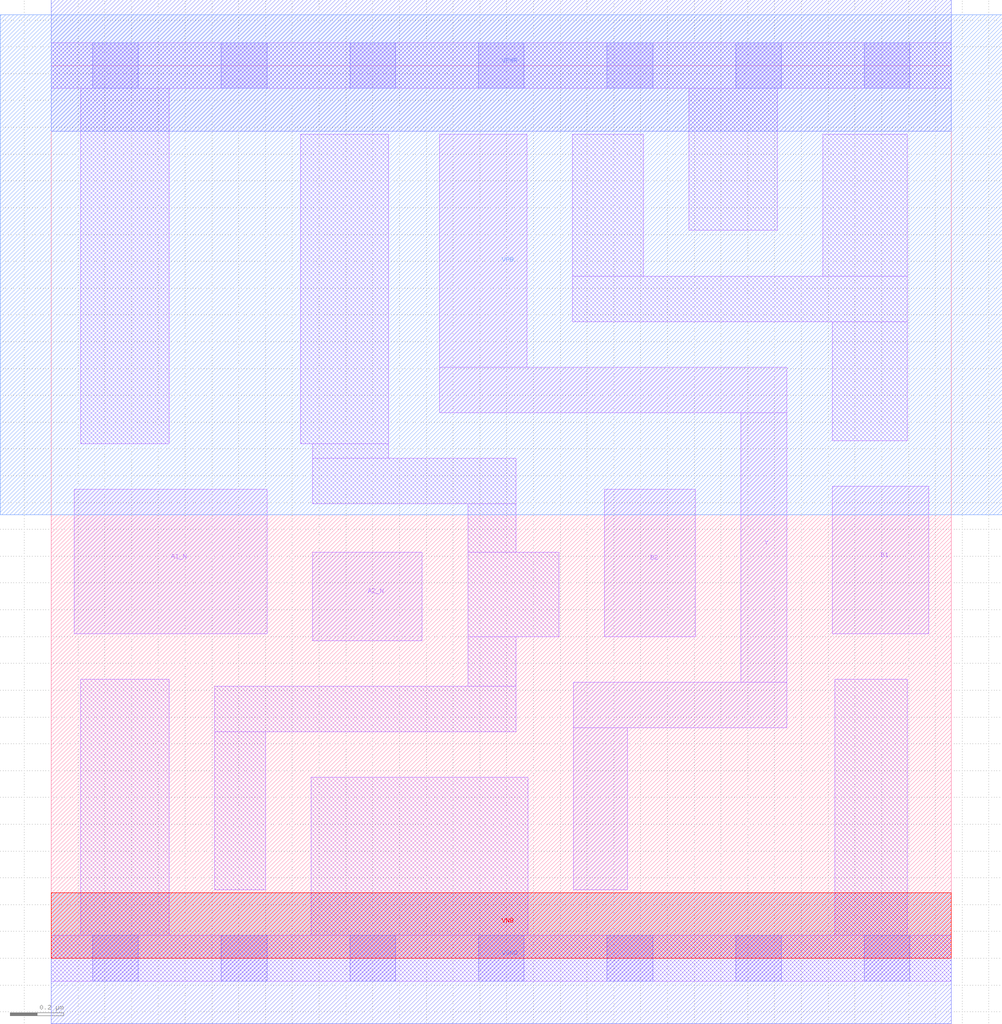
<source format=lef>
# Copyright 2020 The SkyWater PDK Authors
#
# Licensed under the Apache License, Version 2.0 (the "License");
# you may not use this file except in compliance with the License.
# You may obtain a copy of the License at
#
#     https://www.apache.org/licenses/LICENSE-2.0
#
# Unless required by applicable law or agreed to in writing, software
# distributed under the License is distributed on an "AS IS" BASIS,
# WITHOUT WARRANTIES OR CONDITIONS OF ANY KIND, either express or implied.
# See the License for the specific language governing permissions and
# limitations under the License.
#
# SPDX-License-Identifier: Apache-2.0

VERSION 5.7 ;
  NOWIREEXTENSIONATPIN ON ;
  DIVIDERCHAR "/" ;
  BUSBITCHARS "[]" ;
MACRO sky130_fd_sc_lp__a2bb2oi_1
  CLASS CORE ;
  FOREIGN sky130_fd_sc_lp__a2bb2oi_1 ;
  ORIGIN  0.000000  0.000000 ;
  SIZE  3.360000 BY  3.330000 ;
  SYMMETRY X Y R90 ;
  SITE unit ;
  PIN A1_N
    ANTENNAGATEAREA  0.315000 ;
    DIRECTION INPUT ;
    USE SIGNAL ;
    PORT
      LAYER li1 ;
        RECT 0.085000 1.210000 0.805000 1.750000 ;
    END
  END A1_N
  PIN A2_N
    ANTENNAGATEAREA  0.315000 ;
    DIRECTION INPUT ;
    USE SIGNAL ;
    PORT
      LAYER li1 ;
        RECT 0.975000 1.185000 1.385000 1.515000 ;
    END
  END A2_N
  PIN B1
    ANTENNAGATEAREA  0.315000 ;
    DIRECTION INPUT ;
    USE SIGNAL ;
    PORT
      LAYER li1 ;
        RECT 2.915000 1.210000 3.275000 1.760000 ;
    END
  END B1
  PIN B2
    ANTENNAGATEAREA  0.315000 ;
    DIRECTION INPUT ;
    USE SIGNAL ;
    PORT
      LAYER li1 ;
        RECT 2.065000 1.200000 2.405000 1.750000 ;
    END
  END B2
  PIN Y
    ANTENNADIFFAREA  0.569100 ;
    DIRECTION OUTPUT ;
    USE SIGNAL ;
    PORT
      LAYER li1 ;
        RECT 1.450000 2.035000 2.745000 2.205000 ;
        RECT 1.450000 2.205000 1.775000 3.075000 ;
        RECT 1.950000 0.255000 2.150000 0.860000 ;
        RECT 1.950000 0.860000 2.745000 1.030000 ;
        RECT 2.575000 1.030000 2.745000 2.035000 ;
    END
  END Y
  PIN VGND
    DIRECTION INOUT ;
    USE GROUND ;
    PORT
      LAYER met1 ;
        RECT 0.000000 -0.245000 3.360000 0.245000 ;
    END
  END VGND
  PIN VNB
    DIRECTION INOUT ;
    USE GROUND ;
    PORT
      LAYER pwell ;
        RECT 0.000000 0.000000 3.360000 0.245000 ;
    END
  END VNB
  PIN VPB
    DIRECTION INOUT ;
    USE POWER ;
    PORT
      LAYER nwell ;
        RECT -0.190000 1.655000 3.550000 3.520000 ;
    END
  END VPB
  PIN VPWR
    DIRECTION INOUT ;
    USE POWER ;
    PORT
      LAYER met1 ;
        RECT 0.000000 3.085000 3.360000 3.575000 ;
    END
  END VPWR
  OBS
    LAYER li1 ;
      RECT 0.000000 -0.085000 3.360000 0.085000 ;
      RECT 0.000000  3.245000 3.360000 3.415000 ;
      RECT 0.110000  0.085000 0.440000 1.040000 ;
      RECT 0.110000  1.920000 0.440000 3.245000 ;
      RECT 0.610000  0.255000 0.800000 0.845000 ;
      RECT 0.610000  0.845000 1.735000 1.015000 ;
      RECT 0.930000  1.920000 1.260000 3.075000 ;
      RECT 0.970000  0.085000 1.780000 0.675000 ;
      RECT 0.975000  1.695000 1.735000 1.865000 ;
      RECT 0.975000  1.865000 1.260000 1.920000 ;
      RECT 1.555000  1.015000 1.735000 1.200000 ;
      RECT 1.555000  1.200000 1.895000 1.515000 ;
      RECT 1.555000  1.515000 1.735000 1.695000 ;
      RECT 1.945000  2.375000 3.195000 2.545000 ;
      RECT 1.945000  2.545000 2.210000 3.075000 ;
      RECT 2.380000  2.715000 2.710000 3.245000 ;
      RECT 2.880000  2.545000 3.195000 3.075000 ;
      RECT 2.915000  1.930000 3.195000 2.375000 ;
      RECT 2.925000  0.085000 3.195000 1.040000 ;
    LAYER mcon ;
      RECT 0.155000 -0.085000 0.325000 0.085000 ;
      RECT 0.155000  3.245000 0.325000 3.415000 ;
      RECT 0.635000 -0.085000 0.805000 0.085000 ;
      RECT 0.635000  3.245000 0.805000 3.415000 ;
      RECT 1.115000 -0.085000 1.285000 0.085000 ;
      RECT 1.115000  3.245000 1.285000 3.415000 ;
      RECT 1.595000 -0.085000 1.765000 0.085000 ;
      RECT 1.595000  3.245000 1.765000 3.415000 ;
      RECT 2.075000 -0.085000 2.245000 0.085000 ;
      RECT 2.075000  3.245000 2.245000 3.415000 ;
      RECT 2.555000 -0.085000 2.725000 0.085000 ;
      RECT 2.555000  3.245000 2.725000 3.415000 ;
      RECT 3.035000 -0.085000 3.205000 0.085000 ;
      RECT 3.035000  3.245000 3.205000 3.415000 ;
  END
END sky130_fd_sc_lp__a2bb2oi_1
END LIBRARY

</source>
